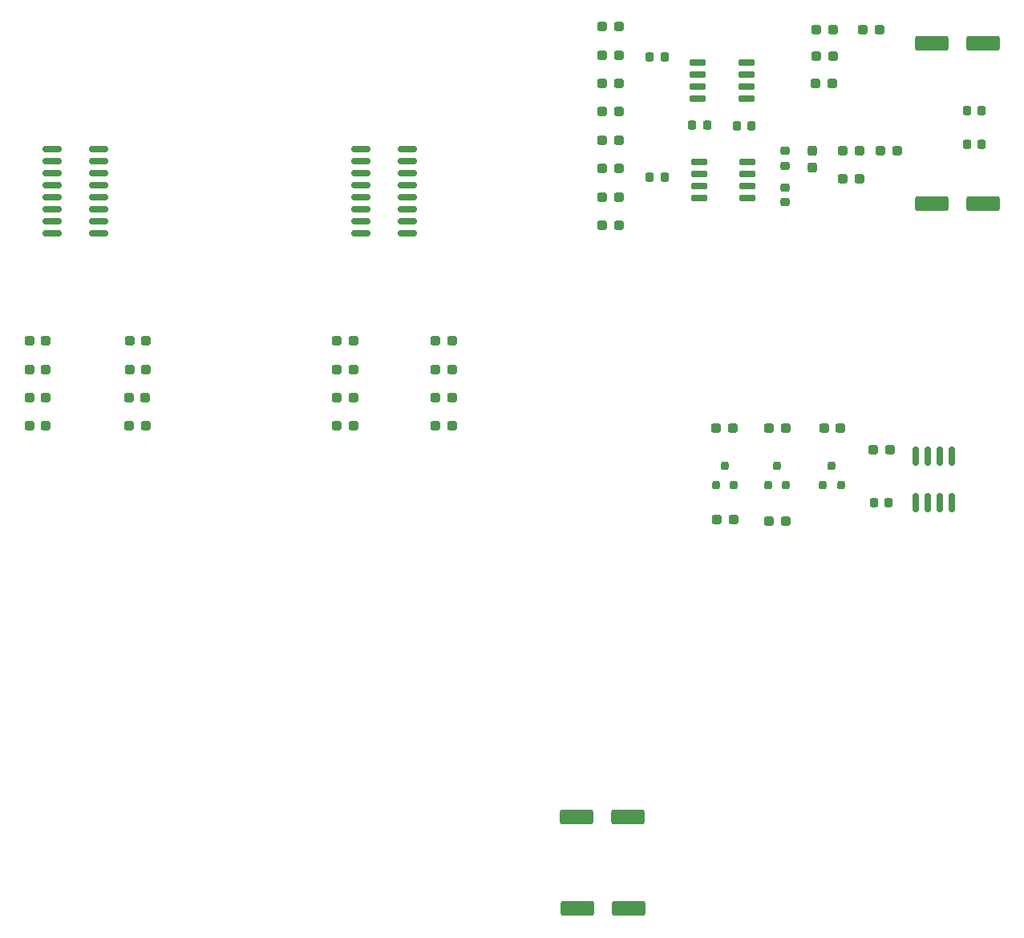
<source format=gbr>
%TF.GenerationSoftware,KiCad,Pcbnew,8.0.7*%
%TF.CreationDate,2024-12-29T00:43:23+00:00*%
%TF.ProjectId,pcb,7063622e-6b69-4636-9164-5f7063625858,2.0*%
%TF.SameCoordinates,Original*%
%TF.FileFunction,Paste,Bot*%
%TF.FilePolarity,Positive*%
%FSLAX46Y46*%
G04 Gerber Fmt 4.6, Leading zero omitted, Abs format (unit mm)*
G04 Created by KiCad (PCBNEW 8.0.7) date 2024-12-29 00:43:23*
%MOMM*%
%LPD*%
G01*
G04 APERTURE LIST*
G04 Aperture macros list*
%AMRoundRect*
0 Rectangle with rounded corners*
0 $1 Rounding radius*
0 $2 $3 $4 $5 $6 $7 $8 $9 X,Y pos of 4 corners*
0 Add a 4 corners polygon primitive as box body*
4,1,4,$2,$3,$4,$5,$6,$7,$8,$9,$2,$3,0*
0 Add four circle primitives for the rounded corners*
1,1,$1+$1,$2,$3*
1,1,$1+$1,$4,$5*
1,1,$1+$1,$6,$7*
1,1,$1+$1,$8,$9*
0 Add four rect primitives between the rounded corners*
20,1,$1+$1,$2,$3,$4,$5,0*
20,1,$1+$1,$4,$5,$6,$7,0*
20,1,$1+$1,$6,$7,$8,$9,0*
20,1,$1+$1,$8,$9,$2,$3,0*%
G04 Aperture macros list end*
%ADD10RoundRect,0.237500X-0.287500X-0.237500X0.287500X-0.237500X0.287500X0.237500X-0.287500X0.237500X0*%
%ADD11RoundRect,0.237500X0.287500X0.237500X-0.287500X0.237500X-0.287500X-0.237500X0.287500X-0.237500X0*%
%ADD12RoundRect,0.150000X0.725000X0.150000X-0.725000X0.150000X-0.725000X-0.150000X0.725000X-0.150000X0*%
%ADD13RoundRect,0.225000X0.225000X0.250000X-0.225000X0.250000X-0.225000X-0.250000X0.225000X-0.250000X0*%
%ADD14RoundRect,0.237500X0.237500X-0.287500X0.237500X0.287500X-0.237500X0.287500X-0.237500X-0.287500X0*%
%ADD15RoundRect,0.225000X0.250000X-0.225000X0.250000X0.225000X-0.250000X0.225000X-0.250000X-0.225000X0*%
%ADD16RoundRect,0.225000X-0.225000X-0.250000X0.225000X-0.250000X0.225000X0.250000X-0.225000X0.250000X0*%
%ADD17RoundRect,0.250000X1.500000X0.550000X-1.500000X0.550000X-1.500000X-0.550000X1.500000X-0.550000X0*%
%ADD18RoundRect,0.150000X-0.150000X0.825000X-0.150000X-0.825000X0.150000X-0.825000X0.150000X0.825000X0*%
%ADD19RoundRect,0.250000X-1.500000X-0.550000X1.500000X-0.550000X1.500000X0.550000X-1.500000X0.550000X0*%
%ADD20RoundRect,0.150000X-0.825000X-0.150000X0.825000X-0.150000X0.825000X0.150000X-0.825000X0.150000X0*%
%ADD21RoundRect,0.200000X0.200000X-0.250000X0.200000X0.250000X-0.200000X0.250000X-0.200000X-0.250000X0*%
%ADD22RoundRect,0.225000X-0.250000X0.225000X-0.250000X-0.225000X0.250000X-0.225000X0.250000X0.225000X0*%
G04 APERTURE END LIST*
D10*
%TO.C,R13*%
X98650000Y-52600000D03*
X100400000Y-52600000D03*
%TD*%
D11*
%TO.C,R14*%
X129775000Y-50700000D03*
X128025000Y-50700000D03*
%TD*%
D10*
%TO.C,R29*%
X70625000Y-73800000D03*
X72375000Y-73800000D03*
%TD*%
D12*
%TO.C,U4*%
X113975000Y-51895000D03*
X113975000Y-53165000D03*
X113975000Y-54435000D03*
X113975000Y-55705000D03*
X108825000Y-55705000D03*
X108825000Y-54435000D03*
X108825000Y-53165000D03*
X108825000Y-51895000D03*
%TD*%
D13*
%TO.C,C7*%
X138675000Y-50000000D03*
X137125000Y-50000000D03*
%TD*%
D11*
%TO.C,R9*%
X127875000Y-37900000D03*
X126125000Y-37900000D03*
%TD*%
D10*
%TO.C,R30*%
X70625000Y-70800000D03*
X72375000Y-70800000D03*
%TD*%
%TO.C,R19*%
X116225000Y-89800000D03*
X117975000Y-89800000D03*
%TD*%
D14*
%TO.C,R12*%
X120800000Y-52475000D03*
X120800000Y-50725000D03*
%TD*%
D11*
%TO.C,R38*%
X50475000Y-70800000D03*
X48725000Y-70800000D03*
%TD*%
D15*
%TO.C,C12*%
X117900000Y-52300000D03*
X117900000Y-50750000D03*
%TD*%
D11*
%TO.C,R17*%
X100400000Y-49600000D03*
X98650000Y-49600000D03*
%TD*%
D16*
%TO.C,C15*%
X108125000Y-48000000D03*
X109675000Y-48000000D03*
%TD*%
D17*
%TO.C,C11*%
X101400000Y-130700000D03*
X96000000Y-130700000D03*
%TD*%
D10*
%TO.C,R8*%
X98650000Y-37600000D03*
X100400000Y-37600000D03*
%TD*%
D11*
%TO.C,R2*%
X122875000Y-43600000D03*
X121125000Y-43600000D03*
%TD*%
D17*
%TO.C,C10*%
X101300000Y-121100000D03*
X95900000Y-121100000D03*
%TD*%
D10*
%TO.C,R16*%
X124025000Y-50700000D03*
X125775000Y-50700000D03*
%TD*%
D11*
%TO.C,R27*%
X72375000Y-79800000D03*
X70625000Y-79800000D03*
%TD*%
%TO.C,R36*%
X50375000Y-76800000D03*
X48625000Y-76800000D03*
%TD*%
D10*
%TO.C,R6*%
X121225000Y-37900000D03*
X122975000Y-37900000D03*
%TD*%
D13*
%TO.C,C14*%
X105175000Y-40800000D03*
X103625000Y-40800000D03*
%TD*%
D11*
%TO.C,R41*%
X112500000Y-89700000D03*
X110750000Y-89700000D03*
%TD*%
%TO.C,R18*%
X117975000Y-80000000D03*
X116225000Y-80000000D03*
%TD*%
%TO.C,R10*%
X125775000Y-53700000D03*
X124025000Y-53700000D03*
%TD*%
%TO.C,R28*%
X72375000Y-76800000D03*
X70625000Y-76800000D03*
%TD*%
D10*
%TO.C,R32*%
X38125000Y-73800000D03*
X39875000Y-73800000D03*
%TD*%
%TO.C,R5*%
X98650000Y-46600000D03*
X100400000Y-46600000D03*
%TD*%
D18*
%TO.C,U6*%
X131700000Y-82950000D03*
X132970000Y-82950000D03*
X134240000Y-82950000D03*
X135510000Y-82950000D03*
X135510000Y-87900000D03*
X134240000Y-87900000D03*
X132970000Y-87900000D03*
X131700000Y-87900000D03*
%TD*%
D10*
%TO.C,R31*%
X38125000Y-70800000D03*
X39875000Y-70800000D03*
%TD*%
%TO.C,R7*%
X98650000Y-40600000D03*
X100400000Y-40600000D03*
%TD*%
D11*
%TO.C,R40*%
X123775000Y-80000000D03*
X122025000Y-80000000D03*
%TD*%
%TO.C,R23*%
X82775000Y-70800000D03*
X81025000Y-70800000D03*
%TD*%
%TO.C,R11*%
X100400000Y-55600000D03*
X98650000Y-55600000D03*
%TD*%
D13*
%TO.C,C6*%
X138675000Y-46500000D03*
X137125000Y-46500000D03*
%TD*%
D19*
%TO.C,C9*%
X133400000Y-56300000D03*
X138800000Y-56300000D03*
%TD*%
D20*
%TO.C,U9*%
X40525000Y-59445000D03*
X40525000Y-58175000D03*
X40525000Y-56905000D03*
X40525000Y-55635000D03*
X40525000Y-54365000D03*
X40525000Y-53095000D03*
X40525000Y-51825000D03*
X40525000Y-50555000D03*
X45475000Y-50555000D03*
X45475000Y-51825000D03*
X45475000Y-53095000D03*
X45475000Y-54365000D03*
X45475000Y-55635000D03*
X45475000Y-56905000D03*
X45475000Y-58175000D03*
X45475000Y-59445000D03*
%TD*%
D11*
%TO.C,R35*%
X50400000Y-79800000D03*
X48650000Y-79800000D03*
%TD*%
D10*
%TO.C,R4*%
X121225000Y-40700000D03*
X122975000Y-40700000D03*
%TD*%
%TO.C,R34*%
X38125000Y-79800000D03*
X39875000Y-79800000D03*
%TD*%
D13*
%TO.C,C16*%
X114375000Y-48100000D03*
X112825000Y-48100000D03*
%TD*%
D21*
%TO.C,Q3*%
X123800000Y-86000000D03*
X121900000Y-86000000D03*
X122850000Y-84000000D03*
%TD*%
D10*
%TO.C,R3*%
X98650000Y-43600000D03*
X100400000Y-43600000D03*
%TD*%
%TO.C,R42*%
X110625000Y-80000000D03*
X112375000Y-80000000D03*
%TD*%
D21*
%TO.C,Q2*%
X118000000Y-86000000D03*
X116100000Y-86000000D03*
X117050000Y-84000000D03*
%TD*%
D11*
%TO.C,R37*%
X50475000Y-73800000D03*
X48725000Y-73800000D03*
%TD*%
D10*
%TO.C,R33*%
X38125000Y-76800000D03*
X39875000Y-76800000D03*
%TD*%
D21*
%TO.C,Q4*%
X112500000Y-86000000D03*
X110600000Y-86000000D03*
X111550000Y-84000000D03*
%TD*%
D11*
%TO.C,R15*%
X100400000Y-58600000D03*
X98650000Y-58600000D03*
%TD*%
D12*
%TO.C,U3*%
X113850000Y-41400000D03*
X113850000Y-42670000D03*
X113850000Y-43940000D03*
X113850000Y-45210000D03*
X108700000Y-45210000D03*
X108700000Y-43940000D03*
X108700000Y-42670000D03*
X108700000Y-41400000D03*
%TD*%
D13*
%TO.C,C13*%
X105175000Y-53500000D03*
X103625000Y-53500000D03*
%TD*%
D22*
%TO.C,C17*%
X117900000Y-54600000D03*
X117900000Y-56150000D03*
%TD*%
D20*
%TO.C,U8*%
X73125000Y-59445000D03*
X73125000Y-58175000D03*
X73125000Y-56905000D03*
X73125000Y-55635000D03*
X73125000Y-54365000D03*
X73125000Y-53095000D03*
X73125000Y-51825000D03*
X73125000Y-50555000D03*
X78075000Y-50555000D03*
X78075000Y-51825000D03*
X78075000Y-53095000D03*
X78075000Y-54365000D03*
X78075000Y-55635000D03*
X78075000Y-56905000D03*
X78075000Y-58175000D03*
X78075000Y-59445000D03*
%TD*%
D11*
%TO.C,R39*%
X128975000Y-82300000D03*
X127225000Y-82300000D03*
%TD*%
%TO.C,R25*%
X82750000Y-76800000D03*
X81000000Y-76800000D03*
%TD*%
%TO.C,R26*%
X82775000Y-79800000D03*
X81025000Y-79800000D03*
%TD*%
%TO.C,R24*%
X82775000Y-73800000D03*
X81025000Y-73800000D03*
%TD*%
D13*
%TO.C,C3*%
X128875000Y-87900000D03*
X127325000Y-87900000D03*
%TD*%
D19*
%TO.C,C8*%
X133400000Y-39400000D03*
X138800000Y-39400000D03*
%TD*%
M02*

</source>
